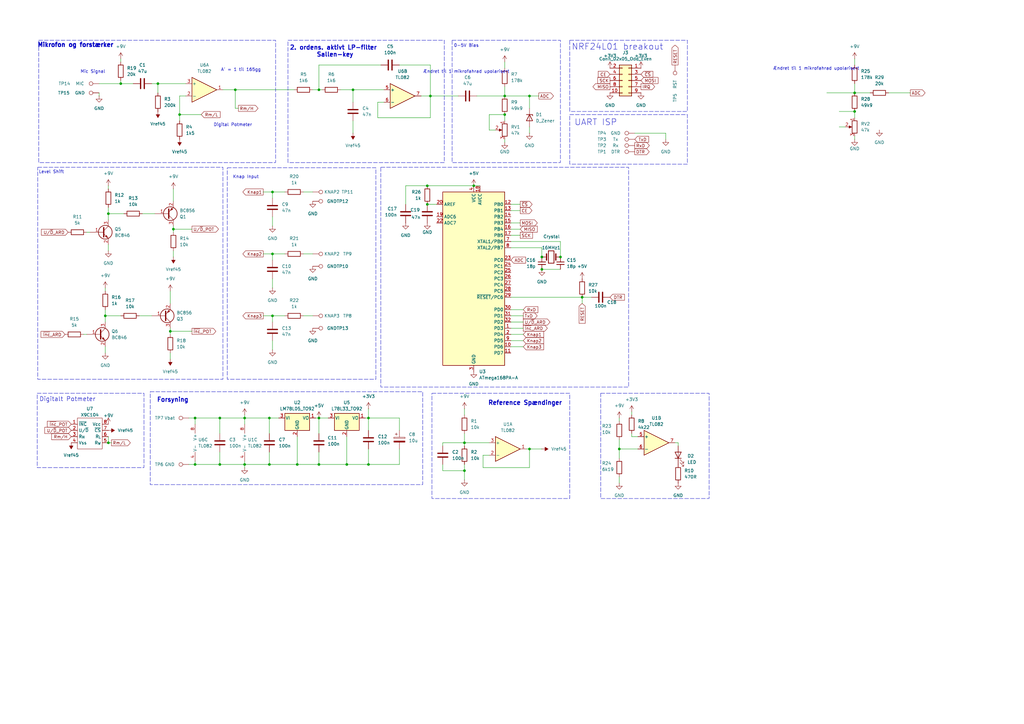
<source format=kicad_sch>
(kicad_sch (version 20231120) (generator "eeschema") (generator_version "8.0")
  (paper "A3")
  (junction (at 142.24 190.5))
  (junction (at 69.85 135.89))
  (junction (at 130.81 190.5))
  (junction (at 229.87 105.41))
  (junction (at 350.52 38.1))
  (junction (at 90.17 190.5))
  (junction (at 44.45 181.61))
  (junction (at 151.13 171.45))
  (junction (at 64.77 34.29))
  (junction (at 90.17 171.45))
  (junction (at 130.81 36.83))
  (junction (at 49.53 34.29))
  (junction (at 207.01 39.37))
  (junction (at 238.76 121.92))
  (junction (at 151.13 190.5))
  (junction (at 190.5 193.04))
  (junction (at 176.53 39.37))
  (junction (at 254 184.15))
  (junction (at 144.78 36.83))
  (junction (at 44.45 87.63))
  (junction (at 80.01 190.5))
  (junction (at 175.26 76.2))
  (junction (at 110.49 171.45))
  (junction (at 100.33 190.5))
  (junction (at 194.31 76.2))
  (junction (at 121.92 190.5))
  (junction (at 190.5 181.61))
  (junction (at 80.01 171.45))
  (junction (at 111.76 104.14))
  (junction (at 217.17 184.15))
  (junction (at 71.12 93.98))
  (junction (at 43.18 129.54))
  (junction (at 222.25 110.49))
  (junction (at 217.17 39.37))
  (junction (at 110.49 190.5))
  (junction (at 130.81 171.45))
  (junction (at 111.76 78.74))
  (junction (at 207.01 46.99))
  (junction (at 350.52 45.72))
  (junction (at 100.33 171.45))
  (junction (at 175.26 83.82))
  (junction (at 111.76 129.54))
  (junction (at 96.52 36.83))
  (junction (at 73.66 46.99))
  (junction (at 222.25 105.41))
  (wire (pts (xy 209.55 96.52) (xy 213.36 96.52)))
  (wire (pts (xy 130.81 26.67) (xy 130.81 36.83)))
  (wire (pts (xy 69.85 134.62) (xy 69.85 135.89)))
  (wire (pts (xy 207.01 39.37) (xy 217.17 39.37)))
  (wire (pts (xy 100.33 170.18) (xy 100.33 171.45)))
  (wire (pts (xy 259.08 179.07) (xy 261.62 179.07)))
  (wire (pts (xy 130.81 171.45) (xy 130.81 177.8)))
  (wire (pts (xy 40.64 38.1) (xy 40.64 39.37)))
  (wire (pts (xy 364.49 38.1) (xy 373.38 38.1)))
  (wire (pts (xy 44.45 100.33) (xy 44.45 102.87)))
  (wire (pts (xy 222.25 101.6) (xy 222.25 105.41)))
  (wire (pts (xy 175.26 83.82) (xy 179.07 83.82)))
  (wire (pts (xy 111.76 78.74) (xy 116.84 78.74)))
  (wire (pts (xy 166.37 83.82) (xy 166.37 76.2)))
  (wire (pts (xy 44.45 87.63) (xy 50.8 87.63)))
  (wire (pts (xy 71.12 92.71) (xy 71.12 93.98)))
  (wire (pts (xy 260.35 54.61) (xy 273.05 54.61)))
  (wire (pts (xy 151.13 167.64) (xy 151.13 171.45)))
  (wire (pts (xy 151.13 184.15) (xy 151.13 190.5)))
  (wire (pts (xy 238.76 121.92) (xy 209.55 121.92)))
  (wire (pts (xy 43.18 118.11) (xy 43.18 119.38)))
  (wire (pts (xy 175.26 76.2) (xy 194.31 76.2)))
  (wire (pts (xy 139.7 36.83) (xy 144.78 36.83)))
  (wire (pts (xy 142.24 190.5) (xy 151.13 190.5)))
  (wire (pts (xy 62.23 34.29) (xy 64.77 34.29)))
  (wire (pts (xy 49.53 33.02) (xy 49.53 34.29)))
  (wire (pts (xy 176.53 48.26) (xy 154.94 48.26)))
  (wire (pts (xy 190.5 177.8) (xy 190.5 181.61)))
  (wire (pts (xy 207.01 25.4) (xy 207.01 27.94)))
  (wire (pts (xy 111.76 78.74) (xy 111.76 81.28)))
  (wire (pts (xy 91.44 36.83) (xy 96.52 36.83)))
  (wire (pts (xy 181.61 190.5) (xy 181.61 193.04)))
  (wire (pts (xy 100.33 189.23) (xy 100.33 190.5)))
  (wire (pts (xy 107.95 129.54) (xy 111.76 129.54)))
  (wire (pts (xy 121.92 190.5) (xy 130.81 190.5)))
  (wire (pts (xy 43.18 129.54) (xy 43.18 132.08)))
  (wire (pts (xy 35.56 95.25) (xy 36.83 95.25)))
  (wire (pts (xy 344.17 45.72) (xy 350.52 45.72)))
  (wire (pts (xy 100.33 171.45) (xy 100.33 173.99)))
  (wire (pts (xy 209.55 137.16) (xy 214.63 137.16)))
  (wire (pts (xy 217.17 39.37) (xy 217.17 44.45)))
  (wire (pts (xy 111.76 104.14) (xy 111.76 106.68)))
  (wire (pts (xy 190.5 167.64) (xy 190.5 170.18)))
  (wire (pts (xy 73.66 46.99) (xy 73.66 49.53)))
  (wire (pts (xy 154.94 41.91) (xy 157.48 41.91)))
  (wire (pts (xy 73.66 46.99) (xy 82.55 46.99)))
  (wire (pts (xy 44.45 76.2) (xy 44.45 77.47)))
  (wire (pts (xy 350.52 24.13) (xy 350.52 26.67)))
  (wire (pts (xy 130.81 26.67) (xy 156.21 26.67)))
  (wire (pts (xy 176.53 39.37) (xy 176.53 48.26)))
  (wire (pts (xy 142.24 179.07) (xy 142.24 190.5)))
  (wire (pts (xy 90.17 185.42) (xy 90.17 190.5)))
  (wire (pts (xy 200.66 186.69) (xy 198.12 186.69)))
  (wire (pts (xy 196.85 76.2) (xy 194.31 76.2)))
  (wire (pts (xy 339.09 38.1) (xy 350.52 38.1)))
  (wire (pts (xy 124.46 104.14) (xy 128.27 104.14)))
  (wire (pts (xy 209.55 139.7) (xy 214.63 139.7)))
  (wire (pts (xy 144.78 36.83) (xy 144.78 41.91)))
  (wire (pts (xy 44.45 85.09) (xy 44.45 87.63)))
  (wire (pts (xy 71.12 77.47) (xy 71.12 82.55)))
  (wire (pts (xy 34.29 137.16) (xy 35.56 137.16)))
  (wire (pts (xy 176.53 39.37) (xy 176.53 26.67)))
  (wire (pts (xy 198.12 191.77) (xy 217.17 191.77)))
  (wire (pts (xy 254 195.58) (xy 254 198.12)))
  (wire (pts (xy 346.71 52.07) (xy 344.17 52.07)))
  (wire (pts (xy 43.18 127) (xy 43.18 129.54)))
  (wire (pts (xy 163.83 171.45) (xy 163.83 176.53)))
  (wire (pts (xy 110.49 171.45) (xy 110.49 177.8)))
  (wire (pts (xy 273.05 54.61) (xy 273.05 57.15)))
  (wire (pts (xy 124.46 78.74) (xy 128.27 78.74)))
  (wire (pts (xy 45.72 181.61) (xy 44.45 181.61)))
  (wire (pts (xy 195.58 39.37) (xy 207.01 39.37)))
  (wire (pts (xy 190.5 193.04) (xy 190.5 196.85)))
  (wire (pts (xy 76.2 39.37) (xy 73.66 39.37)))
  (wire (pts (xy 254 184.15) (xy 254 187.96)))
  (wire (pts (xy 198.12 186.69) (xy 198.12 191.77)))
  (wire (pts (xy 350.52 34.29) (xy 350.52 38.1)))
  (wire (pts (xy 217.17 184.15) (xy 222.25 184.15)))
  (wire (pts (xy 209.55 99.06) (xy 229.87 99.06)))
  (wire (pts (xy 100.33 190.5) (xy 110.49 190.5)))
  (wire (pts (xy 259.08 177.8) (xy 259.08 179.07)))
  (wire (pts (xy 96.52 36.83) (xy 96.52 44.45)))
  (wire (pts (xy 242.57 121.92) (xy 238.76 121.92)))
  (wire (pts (xy 124.46 129.54) (xy 128.27 129.54)))
  (wire (pts (xy 209.55 83.82) (xy 213.36 83.82)))
  (wire (pts (xy 40.64 34.29) (xy 49.53 34.29)))
  (wire (pts (xy 215.9 184.15) (xy 217.17 184.15)))
  (wire (pts (xy 43.18 142.24) (xy 43.18 144.78)))
  (wire (pts (xy 229.87 99.06) (xy 229.87 105.41)))
  (wire (pts (xy 107.95 78.74) (xy 111.76 78.74)))
  (wire (pts (xy 73.66 39.37) (xy 73.66 46.99)))
  (wire (pts (xy 209.55 134.62) (xy 214.63 134.62)))
  (wire (pts (xy 90.17 190.5) (xy 100.33 190.5)))
  (wire (pts (xy 44.45 179.07) (xy 44.45 181.61)))
  (wire (pts (xy 128.27 36.83) (xy 130.81 36.83)))
  (wire (pts (xy 190.5 181.61) (xy 200.66 181.61)))
  (wire (pts (xy 207.01 57.15) (xy 207.01 58.42)))
  (wire (pts (xy 207.01 35.56) (xy 207.01 39.37)))
  (wire (pts (xy 130.81 185.42) (xy 130.81 190.5)))
  (wire (pts (xy 121.92 179.07) (xy 121.92 190.5)))
  (wire (pts (xy 200.66 53.34) (xy 200.66 46.99)))
  (wire (pts (xy 129.54 171.45) (xy 130.81 171.45)))
  (wire (pts (xy 80.01 171.45) (xy 80.01 173.99)))
  (wire (pts (xy 43.18 129.54) (xy 49.53 129.54)))
  (wire (pts (xy 163.83 184.15) (xy 163.83 190.5)))
  (wire (pts (xy 254 180.34) (xy 254 184.15)))
  (wire (pts (xy 96.52 36.83) (xy 120.65 36.83)))
  (wire (pts (xy 49.53 24.13) (xy 49.53 25.4)))
  (wire (pts (xy 69.85 135.89) (xy 78.74 135.89)))
  (wire (pts (xy 217.17 52.07) (xy 217.17 54.61)))
  (wire (pts (xy 71.12 93.98) (xy 78.74 93.98)))
  (wire (pts (xy 254 171.45) (xy 254 172.72)))
  (wire (pts (xy 209.55 86.36) (xy 213.36 86.36)))
  (wire (pts (xy 149.86 171.45) (xy 151.13 171.45)))
  (wire (pts (xy 254 184.15) (xy 261.62 184.15)))
  (wire (pts (xy 350.52 45.72) (xy 350.52 48.26)))
  (wire (pts (xy 276.86 181.61) (xy 278.13 181.61)))
  (wire (pts (xy 154.94 48.26) (xy 154.94 41.91)))
  (wire (pts (xy 217.17 39.37) (xy 220.98 39.37)))
  (wire (pts (xy 110.49 171.45) (xy 114.3 171.45)))
  (wire (pts (xy 111.76 129.54) (xy 111.76 132.08)))
  (wire (pts (xy 209.55 93.98) (xy 213.36 93.98)))
  (wire (pts (xy 71.12 102.87) (xy 71.12 105.41)))
  (wire (pts (xy 100.33 171.45) (xy 110.49 171.45)))
  (wire (pts (xy 90.17 171.45) (xy 100.33 171.45)))
  (wire (pts (xy 176.53 39.37) (xy 187.96 39.37)))
  (wire (pts (xy 111.76 88.9) (xy 111.76 92.71)))
  (wire (pts (xy 190.5 181.61) (xy 190.5 182.88)))
  (wire (pts (xy 111.76 104.14) (xy 116.84 104.14)))
  (wire (pts (xy 107.95 104.14) (xy 111.76 104.14)))
  (wire (pts (xy 166.37 76.2) (xy 175.26 76.2)))
  (wire (pts (xy 57.15 129.54) (xy 62.23 129.54)))
  (wire (pts (xy 64.77 34.29) (xy 64.77 38.1)))
  (wire (pts (xy 209.55 129.54) (xy 214.63 129.54)))
  (wire (pts (xy 209.55 101.6) (xy 222.25 101.6)))
  (wire (pts (xy 151.13 190.5) (xy 163.83 190.5)))
  (wire (pts (xy 151.13 171.45) (xy 151.13 176.53)))
  (wire (pts (xy 151.13 171.45) (xy 163.83 171.45)))
  (wire (pts (xy 69.85 135.89) (xy 69.85 137.16)))
  (wire (pts (xy 110.49 185.42) (xy 110.49 190.5)))
  (wire (pts (xy 181.61 182.88) (xy 181.61 181.61)))
  (wire (pts (xy 58.42 87.63) (xy 63.5 87.63)))
  (wire (pts (xy 144.78 49.53) (xy 144.78 54.61)))
  (wire (pts (xy 111.76 114.3) (xy 111.76 118.11)))
  (wire (pts (xy 49.53 34.29) (xy 54.61 34.29)))
  (wire (pts (xy 209.55 142.24) (xy 214.63 142.24)))
  (wire (pts (xy 222.25 110.49) (xy 229.87 110.49)))
  (wire (pts (xy 144.78 36.83) (xy 157.48 36.83)))
  (wire (pts (xy 350.52 38.1) (xy 356.87 38.1)))
  (wire (pts (xy 110.49 190.5) (xy 121.92 190.5)))
  (wire (pts (xy 163.83 26.67) (xy 176.53 26.67)))
  (wire (pts (xy 111.76 139.7) (xy 111.76 143.51)))
  (wire (pts (xy 77.47 190.5) (xy 80.01 190.5)))
  (wire (pts (xy 209.55 132.08) (xy 214.63 132.08)))
  (wire (pts (xy 80.01 189.23) (xy 80.01 190.5)))
  (wire (pts (xy 130.81 190.5) (xy 142.24 190.5)))
  (wire (pts (xy 130.81 36.83) (xy 132.08 36.83)))
  (wire (pts (xy 259.08 168.91) (xy 259.08 170.18)))
  (wire (pts (xy 80.01 190.5) (xy 90.17 190.5)))
  (wire (pts (xy 97.79 44.45) (xy 96.52 44.45)))
  (wire (pts (xy 111.76 129.54) (xy 116.84 129.54)))
  (wire (pts (xy 64.77 34.29) (xy 76.2 34.29)))
  (wire (pts (xy 71.12 93.98) (xy 71.12 95.25)))
  (wire (pts (xy 80.01 171.45) (xy 90.17 171.45)))
  (wire (pts (xy 203.2 53.34) (xy 200.66 53.34)))
  (wire (pts (xy 350.52 55.88) (xy 350.52 57.15)))
  (wire (pts (xy 90.17 171.45) (xy 90.17 177.8)))
  (wire (pts (xy 44.45 87.63) (xy 44.45 90.17)))
  (wire (pts (xy 209.55 91.44) (xy 213.36 91.44)))
  (wire (pts (xy 130.81 171.45) (xy 134.62 171.45)))
  (wire (pts (xy 209.55 127) (xy 214.63 127)))
  (wire (pts (xy 238.76 124.46) (xy 238.76 121.92)))
  (wire (pts (xy 278.13 181.61) (xy 278.13 182.88)))
  (wire (pts (xy 69.85 119.38) (xy 69.85 124.46)))
  (wire (pts (xy 207.01 46.99) (xy 207.01 49.53)))
  (wire (pts (xy 181.61 193.04) (xy 190.5 193.04)))
  (wire (pts (xy 181.61 181.61) (xy 190.5 181.61)))
  (wire (pts (xy 190.5 190.5) (xy 190.5 193.04)))
  (wire (pts (xy 172.72 39.37) (xy 176.53 39.37)))
  (wire (pts (xy 69.85 144.78) (xy 69.85 147.32)))
  (wire (pts (xy 217.17 191.77) (xy 217.17 184.15)))
  (wire (pts (xy 100.33 190.5) (xy 100.33 191.77)))
  (wire (pts (xy 77.47 171.45) (xy 80.01 171.45)))
  (wire (pts (xy 200.66 46.99) (xy 207.01 46.99)))
  (rectangle (start 233.68 46.99) (end 281.94 67.31) (stroke (width 0) (type dash)))
  (rectangle (start 233.68 16.51) (end 281.94 45.72) (stroke (width 0) (type dash)))
  (rectangle (start 185.42 16.51) (end 229.87 66.675) (stroke (width 0) (type dash)))
  (rectangle (start 118.11 16.51) (end 182.245 66.675) (stroke (width 0) (type dash)))
  (rectangle (start 61.595 160.655) (end 173.355 198.755) (stroke (width 0) (type dash)))
  (rectangle (start 93.218 68.834) (end 154.178 155.575) (stroke (width 0) (type dash)))
  (rectangle (start 15.24 161.29) (end 59.055 191.77) (stroke (width 0) (type dash)))
  (rectangle (start 177.165 161.29) (end 233.68 204.47) (stroke (width 0) (type dash)))
  (rectangle (start 15.494 68.58) (end 91.44 155.575) (stroke (width 0) (type dash)))
  (rectangle (start 156.21 68.58) (end 257.81 158.75) (stroke (width 0) (type dash)))
  (rectangle (start 246.38 161.29) (end 290.83 204.47) (stroke (width 0) (type dash)))
  (rectangle (start 15.875 16.51) (end 113.03 66.675) (stroke (width 0) (type dash)))
  (text "Digitalt Potmeter" (at 27.686 163.83 0) (effects (font (size 1.778 1.778))))
  (text "Digital Potmeter\n" (at 95.504 51.308 0) (effects (font (size 1.27 1.27))))
  (text "2. ordens. aktivt LP-filter \nSallen-key" (at 137.414 21.082 0) (effects (font (size 1.778 1.778) (thickness 0.3556) (bold yes))))
  (text "A' = 1 til 165gg\n" (at 98.806 28.702 0) (effects (font (size 1.27 1.27))))
  (text "0-5V Bias\n" (at 191.262 18.796 0) (effects (font (size 1.27 1.27))))
  (text "Ændret til 1 mikrofahrad upolarisert\n" (at 334.772 28.194 0) (effects (font (size 1.27 1.27))))
  (text "NRF24L01 breakout" (at 253.238 19.304 0) (effects (font (size 2.54 2.54))))
  (text "Mic Signal\n" (at 38.1 29.464 0) (effects (font (size 1.27 1.27))))
  (text "Knap Input\n" (at 100.838 72.644 0) (effects (font (size 1.27 1.27))))
  (text "Forsyning" (at 70.866 164.084 0) (effects (font (size 1.778 1.778) (bold yes))))
  (text "UART ISP" (at 244.348 50.292 0) (effects (font (size 2.54 2.54))))
  (text "Level Shift\n" (at 21.082 70.612 0) (effects (font (size 1.27 1.27))))
  (text "Reference Spændinger" (at 215.392 165.354 0) (effects (font (size 1.778 1.778) (bold yes))))
  (text "Mikrofon og forstærker" (at 30.988 18.542 0) (effects (font (size 1.778 1.778) (thickness 0.4064) (bold yes))))
  (text "Ændret til 1 mikrofahrad upolarisert\n" (at 191.262 29.464 0) (effects (font (size 1.27 1.27))))
  (global_label "U{slash}~{D}_ARD" (shape output) (at 214.63 132.08 0) (property "Intersheetrefs" "${INTERSHEET_REFS}" (effects (hide yes))))
  (global_label "Rm{slash}L" (shape output) (at 45.72 181.61 0) (property "Intersheetrefs" "${INTERSHEET_REFS}" (effects (hide yes))))
  (global_label "IRQ" (shape output) (at 262.89 35.56 0) (property "Intersheetrefs" "${INTERSHEET_REFS}" (effects (hide yes))))
  (global_label "ADC" (shape output) (at 373.38 38.1 0) (property "Intersheetrefs" "${INTERSHEET_REFS}" (effects (hide yes))))
  (global_label "RESET" (shape output) (at 276.86 26.67 90) (property "Intersheetrefs" "${INTERSHEET_REFS}" (effects (hide yes))))
  (global_label "Knap3" (shape output) (at 107.95 129.54 180) (property "Intersheetrefs" "${INTERSHEET_REFS}" (effects (hide yes))))
  (global_label "MISO" (shape input) (at 213.36 93.98 0) (property "Intersheetrefs" "${INTERSHEET_REFS}" (effects (hide yes))))
  (global_label "Rm{slash}H" (shape output) (at 97.79 44.45 0) (property "Intersheetrefs" "${INTERSHEET_REFS}" (effects (hide yes))))
  (global_label "TxD" (shape input) (at 260.35 57.15 0) (property "Intersheetrefs" "${INTERSHEET_REFS}" (effects (hide yes))))
  (global_label "TxD" (shape output) (at 214.63 129.54 0) (property "Intersheetrefs" "${INTERSHEET_REFS}" (effects (hide yes))))
  (global_label "SCK" (shape passive) (at 213.36 96.52 0) (property "Intersheetrefs" "${INTERSHEET_REFS}" (effects (hide yes))))
  (global_label "ADC" (shape input) (at 209.55 106.68 0) (property "Intersheetrefs" "${INTERSHEET_REFS}" (effects (hide yes))))
  (global_label "~{Inc}_POT" (shape input) (at 29.21 173.99 180) (property "Intersheetrefs" "${INTERSHEET_REFS}" (effects (hide yes))))
  (global_label "RxD" (shape output) (at 260.35 59.69 0) (property "Intersheetrefs" "${INTERSHEET_REFS}" (effects (hide yes))))
  (global_label "~{Inc}_ARD" (shape input) (at 26.67 137.16 180) (property "Intersheetrefs" "${INTERSHEET_REFS}" (effects (hide yes))))
  (global_label "Knap1" (shape output) (at 107.95 78.74 180) (property "Intersheetrefs" "${INTERSHEET_REFS}" (effects (hide yes))))
  (global_label "Rm{slash}H" (shape input) (at 29.21 179.07 180) (property "Intersheetrefs" "${INTERSHEET_REFS}" (effects (hide yes))))
  (global_label "U{slash}~{D}_ARD" (shape input) (at 27.94 95.25 180) (property "Intersheetrefs" "${INTERSHEET_REFS}" (effects (hide yes))))
  (global_label "RxD" (shape input) (at 214.63 127 0) (property "Intersheetrefs" "${INTERSHEET_REFS}" (effects (hide yes))))
  (global_label "MOSI" (shape output) (at 213.36 91.44 0) (property "Intersheetrefs" "${INTERSHEET_REFS}" (effects (hide yes))))
  (global_label "~{CS}" (shape input) (at 262.89 30.48 0) (property "Intersheetrefs" "${INTERSHEET_REFS}" (effects (hide yes))))
  (global_label "CE" (shape input) (at 250.19 30.48 180) (property "Intersheetrefs" "${INTERSHEET_REFS}" (effects (hide yes))))
  (global_label "MISO" (shape output) (at 250.19 35.56 180) (property "Intersheetrefs" "${INTERSHEET_REFS}" (effects (hide yes))))
  (global_label "Knap1" (shape input) (at 214.63 137.16 0) (property "Intersheetrefs" "${INTERSHEET_REFS}" (effects (hide yes))))
  (global_label "DTR" (shape output) (at 260.35 62.23 0) (property "Intersheetrefs" "${INTERSHEET_REFS}" (effects (hide yes))))
  (global_label "DTR" (shape input) (at 250.19 121.92 0) (property "Intersheetrefs" "${INTERSHEET_REFS}" (effects (hide yes))))
  (global_label "Knap3" (shape input) (at 214.63 142.24 0) (property "Intersheetrefs" "${INTERSHEET_REFS}" (effects (hide yes))))
  (global_label "~{Inc}_ARD" (shape output) (at 214.63 134.62 0) (property "Intersheetrefs" "${INTERSHEET_REFS}" (effects (hide yes))))
  (global_label "ADC" (shape output) (at 220.98 39.37 0) (property "Intersheetrefs" "${INTERSHEET_REFS}" (effects (hide yes))))
  (global_label "Rm{slash}L" (shape input) (at 82.55 46.99 0) (property "Intersheetrefs" "${INTERSHEET_REFS}" (effects (hide yes))))
  (global_label "U{slash}~{D}_POT" (shape input) (at 29.21 176.53 180) (property "Intersheetrefs" "${INTERSHEET_REFS}" (effects (hide yes))))
  (global_label "U{slash}~{D}_POT" (shape output) (at 78.74 93.98 0) (property "Intersheetrefs" "${INTERSHEET_REFS}" (effects (hide yes))))
  (global_label "~{Inc}_POT" (shape output) (at 78.74 135.89 0) (property "Intersheetrefs" "${INTERSHEET_REFS}" (effects (hide yes))))
  (global_label "~{CS}" (shape output) (at 213.36 83.82 0) (property "Intersheetrefs" "${INTERSHEET_REFS}" (effects (hide yes))))
  (global_label "CE" (shape output) (at 213.36 86.36 0) (property "Intersheetrefs" "${INTERSHEET_REFS}" (effects (hide yes))))
  (global_label "RESET" (shape input) (at 238.76 124.46 270) (property "Intersheetrefs" "${INTERSHEET_REFS}" (effects (hide yes))))
  (global_label "Knap2" (shape output) (at 107.95 104.14 180) (property "Intersheetrefs" "${INTERSHEET_REFS}" (effects (hide yes))))
  (global_label "SCK" (shape passive) (at 250.19 33.02 180) (property "Intersheetrefs" "${INTERSHEET_REFS}" (effects (hide yes))))
  (global_label "MOSI" (shape input) (at 262.89 33.02 0) (property "Intersheetrefs" "${INTERSHEET_REFS}" (effects (hide yes))))
  (global_label "Knap2" (shape input) (at 214.63 139.7 0) (property "Intersheetrefs" "${INTERSHEET_REFS}" (effects (hide yes))))
  (symbol (lib_id "Device:R") (at 73.66 53.34 0) (unit 1)
    (property "Reference" "R4" (at 76.2 52.0699 0) (effects (justify left)))
    (property "Value" "1k5" (at 76.2 54.6099 0) (effects (justify left)))
    (property "Footprint" "Resistor_SMD:R_0603_1608Metric_Pad0.98x0.95mm_HandSolder" (effects (hide yes)))
    (property "Description" "Resistor" (effects (hide yes)))
  )
  (symbol (lib_id "Device:C") (at 111.76 110.49 0) (unit 1)
    (property "Reference" "C10" (at 115.57 109.2199 0) (effects (justify left)))
    (property "Value" "47n" (at 115.57 111.7599 0) (effects (justify left)))
    (property "Footprint" "Capacitor_SMD:C_0603_1608Metric_Pad1.08x0.95mm_HandSolder" (effects (hide yes)))
    (property "Description" "Unpolarized capacitor" (effects (hide yes)))
  )
  (symbol (lib_id "Device:R") (at 31.75 95.25 90) (unit 1)
    (property "Reference" "R11" (at 31.75 88.9 90))
    (property "Value" "5k" (at 31.75 91.44 90))
    (property "Footprint" "Resistor_SMD:R_0603_1608Metric_Pad0.98x0.95mm_HandSolder" (effects (hide yes)))
    (property "Description" "Resistor" (effects (hide yes)))
  )
  (symbol (lib_id "power:GND") (at 44.45 102.87 0) (unit 1)
    (property "Reference" "#PWR05" (effects (hide yes)))
    (property "Value" "GND" (at 44.45 107.95 0))
    (property "Description" "Power symbol creates a global label with name \"GND\" , ground" (effects (hide yes)))
  )
  (symbol (lib_id "power:GND") (at 194.31 152.4 0) (unit 1)
    (property "Reference" "#PWR050" (effects (hide yes)))
    (property "Value" "GND" (at 194.31 157.48 0))
    (property "Description" "Power symbol creates a global label with name \"GND\" , ground" (effects (hide yes)))
  )
  (symbol (lib_id "power:+3V3") (at 262.89 27.94 0) (unit 1)
    (property "Reference" "#PWR014" (effects (hide yes)))
    (property "Value" "+3V3" (at 262.89 22.86 0))
    (property "Description" "Power symbol creates a global label with name \"+3V3\"" (effects (hide yes)))
  )
  (symbol (lib_id "Device:R") (at 350.52 41.91 0) (unit 1)
    (property "Reference" "R28" (at 353.06 40.6399 0) (effects (justify left)))
    (property "Value" "49k9" (at 353.06 43.1799 0) (effects (justify left)))
    (property "Footprint" "Resistor_SMD:R_0603_1608Metric_Pad0.98x0.95mm_HandSolder" (effects (hide yes)))
    (property "Description" "Resistor" (effects (hide yes)))
  )
  (symbol (lib_id "power:+9V") (at 71.12 77.47 0) (unit 1)
    (property "Reference" "#PWR019" (effects (hide yes)))
    (property "Value" "+9V" (at 71.12 72.39 0))
    (property "Description" "Power symbol creates a global label with name \"+9V\"" (effects (hide yes)))
  )
  (symbol (lib_id "power:GND") (at 128.27 82.55 0) (unit 1)
    (property "Reference" "#PWR031" (effects (hide yes)))
    (property "Value" "GND" (at 128.27 87.63 0))
    (property "Description" "Power symbol creates a global label with name \"GND\" , ground" (effects (hide yes)))
  )
  (symbol (lib_id "Connector:TestPoint") (at 40.64 34.29 90) (mirror x) (unit 1)
    (property "Reference" "TP14" (at 26.416 34.29 90))
    (property "Value" "MIC" (at 32.766 34.29 90))
    (property "Footprint" "TestPoint:TestPoint_Pad_2.5x2.5mm" (effects (hide yes)))
    (property "Description" "test point" (effects (hide yes)))
  )
  (symbol (lib_id "power:+3V3") (at 259.08 168.91 0) (unit 1)
    (property "Reference" "#PWR042" (effects (hide yes)))
    (property "Value" "+3V3" (at 259.08 163.83 0))
    (property "Description" "Power symbol creates a global label with name \"+3V3\"" (effects (hide yes)))
  )
  (symbol (lib_id "Device:R") (at 43.18 123.19 180) (unit 1)
    (property "Reference" "R16" (at 45.72 121.9199 0) (effects (justify right)))
    (property "Value" "1k" (at 45.72 124.4599 0) (effects (justify right)))
    (property "Footprint" "Resistor_SMD:R_0603_1608Metric_Pad0.98x0.95mm_HandSolder" (effects (hide yes)))
    (property "Description" "Resistor" (effects (hide yes)))
  )
  (symbol (lib_id "Device:R") (at 190.5 186.69 0) (unit 1)
    (property "Reference" "R2" (at 193.04 185.4199 0) (effects (justify left)))
    (property "Value" "10k" (at 193.04 187.9599 0) (effects (justify left)))
    (property "Footprint" "Resistor_SMD:R_0603_1608Metric_Pad0.98x0.95mm_HandSolder" (effects (hide yes)))
    (property "Description" "Resistor" (effects (hide yes)))
  )
  (symbol (lib_id "Device:R") (at 350.52 30.48 0) (unit 1)
    (property "Reference" "R25" (at 353.06 29.2099 0) (effects (justify left)))
    (property "Value" "178k" (at 353.06 31.7499 0) (effects (justify left)))
    (property "Footprint" "Resistor_SMD:R_0603_1608Metric_Pad0.98x0.95mm_HandSolder" (effects (hide yes)))
    (property "Description" "Resistor" (effects (hide yes)))
  )
  (symbol (lib_id "Connector:TestPoint") (at 128.27 78.74 270) (unit 1)
    (property "Reference" "TP11" (at 142.494 78.74 90))
    (property "Value" "KNAP2" (at 136.144 78.74 90))
    (property "Footprint" "TestPoint:TestPoint_Pad_2.5x2.5mm" (effects (hide yes)))
    (property "Description" "test point" (effects (hide yes)))
  )
  (symbol (lib_id "Device:C") (at 160.02 26.67 90) (unit 1)
    (property "Reference" "C5" (at 160.02 19.05 90))
    (property "Value" "100n" (at 160.02 21.59 90))
    (property "Footprint" "Capacitor_SMD:C_0603_1608Metric_Pad1.08x0.95mm_HandSolder" (effects (hide yes)))
    (property "Description" "Unpolarized capacitor" (effects (hide yes)))
  )
  (symbol (lib_id "Device:C") (at 166.37 87.63 0) (mirror y) (unit 1)
    (property "Reference" "C17" (at 162.814 85.598 0) (effects (justify left)))
    (property "Value" "100n" (at 162.814 88.138 0) (effects (justify left)))
    (property "Footprint" "Capacitor_SMD:C_0603_1608Metric_Pad1.08x0.95mm_HandSolder" (effects (hide yes)))
    (property "Description" "Unpolarized capacitor" (effects (hide yes)))
  )
  (symbol (lib_id "Device:R") (at 120.65 129.54 90) (unit 1)
    (property "Reference" "R22" (at 120.65 123.19 90))
    (property "Value" "1k" (at 120.65 125.73 90))
    (property "Footprint" "Resistor_SMD:R_0603_1608Metric_Pad0.98x0.95mm_HandSolder" (effects (hide yes)))
    (property "Description" "Resistor" (effects (hide yes)))
  )
  (symbol (lib_id "power:VEE") (at 44.45 176.53 270) (unit 1)
    (property "Reference" "#PWR047" (effects (hide yes)))
    (property "Value" "Vref45" (at 48.26 176.5299 90) (effects (justify left)))
    (property "Description" "Power symbol creates a global label with name \"VEE\"" (effects (hide yes)))
  )
  (symbol (lib_id "power:GND") (at 111.76 143.51 0) (unit 1)
    (property "Reference" "#PWR037" (effects (hide yes)))
    (property "Value" "GND" (at 111.76 148.59 0))
    (property "Description" "Power symbol creates a global label with name \"GND\" , ground" (effects (hide yes)))
  )
  (symbol (lib_id "power:+9V") (at 350.52 24.13 0) (unit 1)
    (property "Reference" "#PWR021" (effects (hide yes)))
    (property "Value" "+9V" (at 350.52 19.05 0))
    (property "Description" "Power symbol creates a global label with name \"+9V\"" (effects (hide yes)))
  )
  (symbol (lib_id "power:GND") (at 350.52 57.15 0) (unit 1)
    (property "Reference" "#PWR033" (effects (hide yes)))
    (property "Value" "GND" (at 350.52 60.96 0))
    (property "Description" "Power symbol creates a global label with name \"GND\" , ground" (effects (hide yes)))
  )
  (symbol (lib_id "Connector:TestPoint") (at 276.86 26.67 180) (unit 1)
    (property "Reference" "TP5" (at 276.86 40.132 90))
    (property "Value" "RST" (at 276.86 34.544 90))
    (property "Footprint" "TestPoint:TestPoint_Pad_2.5x2.5mm" (effects (hide yes)))
    (property "Description" "test point" (effects (hide yes)))
  )
  (symbol (lib_id "Connector:TestPoint") (at 40.64 38.1 90) (mirror x) (unit 1)
    (property "Reference" "TP15" (at 26.162 38.1 90))
    (property "Value" "GND" (at 32.766 38.1 90))
    (property "Footprint" "TestPoint:TestPoint_Pad_2.5x2.5mm" (effects (hide yes)))
    (property "Description" "test point" (effects (hide yes)))
  )
  (symbol (lib_id "Device:R") (at 49.53 29.21 0) (unit 1)
    (property "Reference" "R19" (at 52.07 27.9399 0) (effects (justify left)))
    (property "Value" "20k" (at 52.07 30.4799 0) (effects (justify left)))
    (property "Footprint" "Resistor_SMD:R_0603_1608Metric_Pad0.98x0.95mm_HandSolder" (effects (hide yes)))
    (property "Description" "Resistor" (effects (hide yes)))
  )
  (symbol (lib_id "power:GND") (at 43.18 144.78 0) (unit 1)
    (property "Reference" "#PWR025" (effects (hide yes)))
    (property "Value" "GND" (at 43.18 149.86 0))
    (property "Description" "Power symbol creates a global label with name \"GND\" , ground" (effects (hide yes)))
  )
  (symbol (lib_id "power:+9V") (at 207.01 25.4 0) (unit 1)
    (property "Reference" "#PWR020" (effects (hide yes)))
    (property "Value" "+9V" (at 207.01 20.32 0))
    (property "Description" "Power symbol creates a global label with name \"+9V\"" (effects (hide yes)))
  )
  (symbol (lib_id "Device:R") (at 175.26 80.01 0) (mirror x) (unit 1)
    (property "Reference" "R26" (at 172.72 78.7399 0) (effects (justify right)))
    (property "Value" "1k" (at 172.72 81.2799 0) (effects (justify right)))
    (property "Footprint" "Resistor_SMD:R_0603_1608Metric_Pad0.98x0.95mm_HandSolder" (effects (hide yes)))
    (property "Description" "Resistor" (effects (hide yes)))
  )
  (symbol (lib_id "Device:R") (at 120.65 104.14 90) (unit 1)
    (property "Reference" "R21" (at 120.65 97.79 90))
    (property "Value" "1k" (at 120.65 100.33 90))
    (property "Footprint" "Resistor_SMD:R_0603_1608Metric_Pad0.98x0.95mm_HandSolder" (effects (hide yes)))
    (property "Description" "Resistor" (effects (hide yes)))
  )
  (symbol (lib_id "power:+9V") (at 43.18 118.11 0) (unit 1)
    (property "Reference" "#PWR024" (effects (hide yes)))
    (property "Value" "+9V" (at 43.18 113.03 0))
    (property "Description" "Power symbol creates a global label with name \"+9V\"" (effects (hide yes)))
  )
  (symbol (lib_id "MCU_Microchip_ATmega:ATmega168PA-A") (at 194.31 114.3 0) (unit 1)
    (property "Reference" "U3" (at 196.5041 152.4 0) (effects (justify left)))
    (property "Value" "ATmega168PA-A" (at 196.5041 154.94 0) (effects (justify left)))
    (property "Footprint" "Package_QFP:TQFP-32_7x7mm_P0.8mm" (effects (hide yes)))
    (property "Datasheet" "http://ww1.microchip.com/downloads/en/DeviceDoc/ATmega48PA_88PA_168PA-Data-Sheet-40002011A.pdf" (effects (hide yes)))
    (property "Description" "20MHz, 16kB Flash, 1kB SRAM, 512B EEPROM, TQFP-32" (effects (hide yes)))
  )
  (symbol (lib_id "power:GND") (at 111.76 92.71 0) (unit 1)
    (property "Reference" "#PWR032" (effects (hide yes)))
    (property "Value" "GND" (at 111.76 97.79 0))
    (property "Description" "Power symbol creates a global label with name \"GND\" , ground" (effects (hide yes)))
  )
  (symbol (lib_id "power:VEE") (at 64.77 45.72 180) (unit 1)
    (property "Reference" "#PWR017" (effects (hide yes)))
    (property "Value" "Vref45" (at 64.77 50.8 0))
    (property "Description" "Power symbol creates a global label with name \"VEE\"" (effects (hide yes)))
  )
  (symbol (lib_id "Connector:TestPoint") (at 260.35 54.61 90) (unit 1)
    (property "Reference" "TP4" (at 246.888 54.61 90))
    (property "Value" "GND" (at 252.476 54.61 90))
    (property "Footprint" "TestPoint:TestPoint_Pad_2.5x2.5mm" (effects (hide yes)))
    (property "Description" "test point" (effects (hide yes)))
  )
  (symbol (lib_id "power:VEE") (at 144.78 54.61 180) (unit 1)
    (property "Reference" "#PWR022" (effects (hide yes)))
    (property "Value" "Vref45" (at 144.78 59.69 0))
    (property "Description" "Power symbol creates a global label with name \"VEE\"" (effects (hide yes)))
  )
  (symbol (lib_id "Device:R_Potentiometer") (at 207.01 53.34 0) (mirror y) (unit 1)
    (property "Reference" "RV1" (at 209.55 52.0699 0) (effects (justify right)))
    (property "Value" "47k" (at 209.55 54.6099 0) (effects (justify right)))
    (property "Footprint" "Potentiometer_THT:Potentiometer_ACP_CA9-V10_Vertical_Hole" (effects (hide yes)))
    (property "Description" "Potentiometer" (effects (hide yes)))
  )
  (symbol (lib_id "power:+5V") (at 130.81 171.45 0) (unit 1)
    (property "Reference" "#PWR04" (effects (hide yes)))
    (property "Value" "+5V" (at 130.81 166.37 0))
    (property "Description" "Power symbol creates a global label with name \"+5V\"" (effects (hide yes)))
  )
  (symbol (lib_id "power:+9V") (at 190.5 167.64 0) (unit 1)
    (property "Reference" "#PWR06" (effects (hide yes)))
    (property "Value" "+9V" (at 190.5 162.56 0))
    (property "Description" "Power symbol creates a global label with name \"+9V\"" (effects (hide yes)))
  )
  (symbol (lib_id "Connector:TestPoint") (at 128.27 82.55 270) (unit 1)
    (property "Reference" "TP12" (at 140.462 82.55 90))
    (property "Value" "GND" (at 136.144 82.55 90))
    (property "Footprint" "TestPoint:TestPoint_Pad_2.5x2.5mm" (effects (hide yes)))
    (property "Description" "test point" (effects (hide yes)))
  )
  (symbol (lib_id "power:GND") (at 217.17 54.61 0) (unit 1)
    (property "Reference" "#PWR015" (effects (hide yes)))
    (property "Value" "GND" (at 217.17 59.69 0))
    (property "Description" "Power symbol creates a global label with name \"GND\" , ground" (effects (hide yes)))
  )
  (symbol (lib_id "Amplifier_Operational:TL082") (at 269.24 181.61 0) (unit 2)
    (property "Reference" "U1" (at 269.24 171.45 0))
    (property "Value" "TL082" (at 269.24 173.99 0))
    (property "Footprint" "Package_SO:SOIC-8_3.9x4.9mm_P1.27mm" (effects (hide yes)))
    (property "Datasheet" "http://www.ti.com/lit/ds/symlink/tl081.pdf" (effects (hide yes)))
    (property "Description" "Dual JFET-Input Operational Amplifiers, DIP-8/SOIC-8/SSOP-8" (effects (hide yes)))
  )
  (symbol (lib_id "Device:R") (at 278.13 194.31 0) (unit 1)
    (property "Reference" "R10" (at 280.67 193.0399 0) (effects (justify left)))
    (property "Value" "470R" (at 280.67 195.5799 0) (effects (justify left)))
    (property "Footprint" "Resistor_SMD:R_0603_1608Metric_Pad0.98x0.95mm_HandSolder" (effects (hide yes)))
    (property "Description" "Resistor" (effects (hide yes)))
  )
  (symbol (lib_id "power:GND") (at 111.76 118.11 0) (unit 1)
    (property "Reference" "#PWR034" (effects (hide yes)))
    (property "Value" "GND" (at 111.76 123.19 0))
    (property "Description" "Power symbol creates a global label with name \"GND\" , ground" (effects (hide yes)))
  )
  (symbol (lib_id "power:VEE") (at 29.21 181.61 180) (unit 1)
    (property "Reference" "#PWR028" (effects (hide yes)))
    (property "Value" "Vref45" (at 29.21 186.69 0))
    (property "Description" "Power symbol creates a global label with name \"VEE\"" (effects (hide yes)))
  )
  (symbol (lib_id "Amplifier_Operational:TL082") (at 102.87 181.61 0) (unit 3)
    (property "Reference" "U1" (at 101.6 180.3399 0) (effects (justify left)))
    (property "Value" "TL082" (at 101.6 182.8799 0) (effects (justify left)))
    (property "Footprint" "Package_SO:SOIC-8_3.9x4.9mm_P1.27mm" (effects (hide yes)))
    (property "Datasheet" "http://www.ti.com/lit/ds/symlink/tl081.pdf" (effects (hide yes)))
    (property "Description" "Dual JFET-Input Operational Amplifiers, DIP-8/SOIC-8/SSOP-8" (effects (hide yes)))
  )
  (symbol (lib_id "power:+9V") (at 49.53 24.13 0) (unit 1)
    (property "Reference" "#PWR030" (effects (hide yes)))
    (property "Value" "+9V" (at 49.53 19.05 0))
    (property "Description" "Power symbol creates a global label with name \"+9V\"" (effects (hide yes)))
  )
  (symbol (lib_id "Transistor_BJT:BC856") (at 68.58 87.63 0) (mirror x) (unit 1)
    (property "Reference" "Q1" (at 73.66 88.9001 0) (effects (justify left)))
    (property "Value" "BC856" (at 73.66 86.3601 0) (effects (justify left)))
    (property "Footprint" "Package_TO_SOT_SMD:SOT-23" (effects (hide yes)))
    (property "Datasheet" "https://www.onsemi.com/pub/Collateral/BC860-D.pdf" (effects (hide yes)))
    (property "Description" "0.1A Ic, 65V Vce, PNP Transistor, SOT-23" (effects (hide yes)))
  )
  (symbol (lib_id "Device:R") (at 120.65 78.74 90) (unit 1)
    (property "Reference" "R20" (at 120.65 72.39 90))
    (property "Value" "1k" (at 120.65 74.93 90))
    (property "Footprint" "Resistor_SMD:R_0603_1608Metric_Pad0.98x0.95mm_HandSolder" (effects (hide yes)))
    (property "Description" "Resistor" (effects (hide yes)))
  )
  (symbol (lib_id "power:VEE") (at 69.85 147.32 180) (unit 1)
    (property "Reference" "#PWR027" (effects (hide yes)))
    (property "Value" "Vref45" (at 69.85 152.4 0))
    (property "Description" "Power symbol creates a global label with name \"VEE\"" (effects (hide yes)))
  )
  (symbol (lib_id "Device:R") (at 207.01 43.18 0) (unit 1)
    (property "Reference" "R9" (at 209.55 41.9099 0) (effects (justify left)))
    (property "Value" "49k9" (at 209.55 44.4499 0) (effects (justify left)))
    (property "Footprint" "Resistor_SMD:R_0603_1608Metric_Pad0.98x0.95mm_HandSolder" (effects (hide yes)))
    (property "Description" "Resistor" (effects (hide yes)))
  )
  (symbol (lib_id "Device:R") (at 69.85 140.97 0) (unit 1)
    (property "Reference" "R18" (at 72.39 139.6999 0) (effects (justify left)))
    (property "Value" "10k" (at 72.39 142.2399 0) (effects (justify left)))
    (property "Footprint" "Resistor_SMD:R_0603_1608Metric_Pad0.98x0.95mm_HandSolder" (effects (hide yes)))
    (property "Description" "Resistor" (effects (hide yes)))
  )
  (symbol (lib_id "Device:R") (at 71.12 99.06 0) (unit 1)
    (property "Reference" "R14" (at 73.66 97.7899 0) (effects (justify left)))
    (property "Value" "10k" (at 73.66 100.3299 0) (effects (justify left)))
    (property "Footprint" "Resistor_SMD:R_0603_1608Metric_Pad0.98x0.95mm_HandSolder" (effects (hide yes)))
    (property "Description" "Resistor" (effects (hide yes)))
  )
  (symbol (lib_id "Device:R") (at 124.46 36.83 90) (unit 1)
    (property "Reference" "R5" (at 124.46 30.48 90))
    (property "Value" "1k6" (at 124.46 33.02 90))
    (property "Footprint" "Resistor_SMD:R_0603_1608Metric_Pad0.98x0.95mm_HandSolder" (effects (hide yes)))
    (property "Description" "Resistor" (effects (hide yes)))
  )
  (symbol (lib_id "Connector:TestPoint") (at 77.47 190.5 90) (unit 1)
    (property "Reference" "TP6" (at 65.278 190.5 90))
    (property "Value" "GND" (at 69.596 190.5 90))
    (property "Footprint" "TestPoint:TestPoint_Pad_2.5x2.5mm" (effects (hide yes)))
    (property "Description" "test point" (effects (hide yes)))
  )
  (symbol (lib_id "Connector:TestPoint") (at 128.27 104.14 270) (unit 1)
    (property "Reference" "TP9" (at 142.494 104.14 90))
    (property "Value" "KNAP2" (at 136.144 104.14 90))
    (property "Footprint" "TestPoint:TestPoint_Pad_2.5x2.5mm" (effects (hide yes)))
    (property "Description" "test point" (effects (hide yes)))
  )
  (symbol (lib_id "Amplifier_Operational:TL082") (at 165.1 39.37 0) (unit 2)
    (property "Reference" "U6" (at 165.1 29.21 0))
    (property "Value" "TL082" (at 165.1 31.75 0))
    (property "Footprint" "Package_SO:SOIC-8_3.9x4.9mm_P1.27mm" (effects (hide yes)))
    (property "Datasheet" "http://www.ti.com/lit/ds/symlink/tl081.pdf" (effects (hide yes)))
    (property "Description" "Dual JFET-Input Operational Amplifiers, DIP-8/SOIC-8/SSOP-8" (effects (hide yes)))
  )
  (symbol (lib_id "power:VEE") (at 222.25 184.15 270) (unit 1)
    (property "Reference" "#PWR018" (effects (hide yes)))
    (property "Value" "Vref45" (at 226.06 184.1499 90) (effects (justify left)))
    (property "Description" "Power symbol creates a global label with name \"VEE\"" (effects (hide yes)))
  )
  (symbol (lib_id "Device:R") (at 238.76 118.11 0) (unit 1)
    (property "Reference" "R27" (at 241.3 116.8399 0) (effects (justify left)))
    (property "Value" "10k" (at 241.3 119.3799 0) (effects (justify left)))
    (property "Footprint" "Resistor_SMD:R_0603_1608Metric_Pad0.98x0.95mm_HandSolder" (effects (hide yes)))
    (property "Description" "Resistor" (effects (hide yes)))
  )
  (symbol (lib_id "Transistor_BJT:BC856") (at 67.31 129.54 0) (mirror x) (unit 1)
    (property "Reference" "Q3" (at 72.39 130.8101 0) (effects (justify left)))
    (property "Value" "BC856" (at 72.39 128.2701 0) (effects (justify left)))
    (property "Footprint" "Package_TO_SOT_SMD:SOT-23" (effects (hide yes)))
    (property "Datasheet" "https://www.onsemi.com/pub/Collateral/BC860-D.pdf" (effects (hide yes)))
    (property "Description" "0.1A Ic, 65V Vce, PNP Transistor, SOT-23" (effects (hide yes)))
  )
  (symbol (lib_id "power:GND") (at 273.05 57.15 0) (unit 1)
    (property "Reference" "#PWR052" (effects (hide yes)))
    (property "Value" "GND" (at 273.05 62.23 0))
    (property "Description" "Power symbol creates a global label with name \"GND\" , ground" (effects (hide yes)))
  )
  (symbol (lib_id "power:VEE") (at 73.66 57.15 180) (unit 1)
    (property "Reference" "#PWR016" (effects (hide yes)))
    (property "Value" "Vref45" (at 73.66 62.23 0))
    (property "Description" "Power symbol creates a global label with name \"VEE\"" (effects (hide yes)))
  )
  (symbol (lib_id "power:GND") (at 128.27 134.62 0) (unit 1)
    (property "Reference" "#PWR039" (effects (hide yes)))
    (property "Value" "GND" (at 128.27 139.7 0))
    (property "Description" "Power symbol creates a global label with name \"GND\" , ground" (effects (hide yes)))
  )
  (symbol (lib_id "Device:C") (at 246.38 121.92 270) (unit 1)
    (property "Reference" "C18" (at 250.952 123.952 90))
    (property "Value" "100n" (at 246.38 125.476 90))
    (property "Footprint" "Capacitor_SMD:C_0603_1608Metric_Pad1.08x0.95mm_HandSolder" (effects (hide yes)))
    (property "Description" "Unpolarized capacitor" (effects (hide yes)))
  )
  (symbol (lib_id "power:GND") (at 100.33 191.77 0) (unit 1)
    (property "Reference" "#PWR011" (effects (hide yes)))
    (property "Value" "GND" (at 100.33 196.85 0))
    (property "Description" "Power symbol creates a global label with name \"GND\" , ground" (effects (hide yes)))
  )
  (symbol (lib_id "Device:C") (at 110.49 181.61 0) (unit 1)
    (property "Reference" "C7" (at 114.3 180.3399 0) (effects (justify left)))
    (property "Value" "100n" (at 114.3 182.8799 0) (effects (justify left)))
    (property "Footprint" "Capacitor_SMD:C_0603_1608Metric_Pad1.08x0.95mm_HandSolder" (effects (hide yes)))
    (property "Description" "Unpolarized capacitor" (effects (hide yes)))
  )
  (symbol (lib_id "Device:R") (at 64.77 41.91 0) (unit 1)
    (property "Reference" "R3" (at 67.31 40.6399 0) (effects (justify left)))
    (property "Value" "200k" (at 67.31 43.1799 0) (effects (justify left)))
    (property "Footprint" "Resistor_SMD:R_0603_1608Metric_Pad0.98x0.95mm_HandSolder" (effects (hide yes)))
    (property "Description" "Resistor" (effects (hide yes)))
  )
  (symbol (lib_id "Device:C") (at 130.81 181.61 0) (unit 1)
    (property "Reference" "C11" (at 134.366 179.578 0) (effects (justify left)))
    (property "Value" "100n" (at 134.366 182.118 0) (effects (justify left)))
    (property "Footprint" "Capacitor_SMD:C_0603_1608Metric_Pad1.08x0.95mm_HandSolder" (effects (hide yes)))
    (property "Description" "Unpolarized capacitor" (effects (hide yes)))
  )
  (symbol (lib_id "Connector_Generic:Conn_02x05_Odd_Even") (at 257.81 33.02 0) (mirror y) (unit 1)
    (property "Reference" "J3" (at 256.54 21.59 0))
    (property "Value" "Conn_02x05_Odd_Even" (at 256.54 24.13 0))
    (property "Footprint" "Connector_PinSocket_2.54mm:PinSocket_2x05_P2.54mm_Vertical" (effects (hide yes)))
    (property "Description" "Generic connector, double row, 02x05, odd/even pin numbering scheme (row 1 odd numbers, row 2 even numbers), script generated (kicad-library-utils/schlib/autogen/connector/)" (effects (hide yes)))
  )
  (symbol (lib_id "Amplifier_Operational:TL082") (at 208.28 184.15 0) (unit 1)
    (property "Reference" "U1" (at 208.28 173.99 0))
    (property "Value" "TL082" (at 208.28 176.53 0))
    (property "Footprint" "Package_SO:SOIC-8_3.9x4.9mm_P1.27mm" (effects (hide yes)))
    (property "Datasheet" "http://www.ti.com/lit/ds/symlink/tl081.pdf" (effects (hide yes)))
    (property "Description" "Dual JFET-Input Operational Amplifiers, DIP-8/SOIC-8/SSOP-8" (effects (hide yes)))
  )
  (symbol (lib_id "Device:R") (at 254 191.77 180) (unit 1)
    (property "Reference" "R24" (at 246.888 189.992 0) (effects (justify right)))
    (property "Value" "6k19" (at 246.888 192.532 0) (effects (justify right)))
    (property "Footprint" "Resistor_SMD:R_0603_1608Metric_Pad0.98x0.95mm_HandSolder" (effects (hide yes)))
    (property "Description" "Resistor" (effects (hide yes)))
  )
  (symbol (lib_id "Device:R") (at 259.08 173.99 180) (unit 1)
    (property "Reference" "R8" (at 261.62 172.7199 0) (effects (justify right)))
    (property "Value" "4k22" (at 261.62 175.2599 0) (effects (justify right)))
    (property "Footprint" "Resistor_SMD:R_0603_1608Metric_Pad0.98x0.95mm_HandSolder" (effects (hide yes)))
    (property "Description" "Resistor" (effects (hide yes)))
  )
  (symbol (lib_id "Device:Crystal") (at 226.06 105.41 0) (unit 1)
    (property "Reference" "16MHz1" (at 229.87 101.6 0) (effects (justify right)))
    (property "Value" "Crystal" (at 229.616 97.028 0) (effects (justify right)))
    (property "Footprint" "Crystal:Crystal_HC18-U_Vertical" (effects (hide yes)))
    (property "Description" "Two pin crystal" (effects (hide yes)))
  )
  (symbol (lib_id "Device:C_Small") (at 222.25 107.95 0) (mirror y) (unit 1)
    (property "Reference" "C16" (at 219.71 106.6862 0) (effects (justify left)))
    (property "Value" "18p" (at 219.71 109.2262 0) (effects (justify left)))
    (property "Footprint" "Capacitor_SMD:C_0603_1608Metric_Pad1.08x0.95mm_HandSolder" (effects (hide yes)))
    (property "Description" "Unpolarized capacitor, small symbol" (effects (hide yes)))
  )
  (symbol (lib_id "power:GND") (at 166.37 91.44 0) (unit 1)
    (property "Reference" "#PWR049" (effects (hide yes)))
    (property "Value" "GND" (at 166.37 96.52 0))
    (property "Description" "Power symbol creates a global label with name \"GND\" , ground" (effects (hide yes)))
  )
  (symbol (lib_id "Regulator_Linear:LM78L05_TO92") (at 121.92 171.45 0) (unit 1)
    (property "Reference" "U2" (at 121.92 165.1 0))
    (property "Value" "LM78L05_TO92" (at 121.92 167.64 0))
    (property "Footprint" "Package_TO_SOT_THT:TO-92_Inline" (effects (hide yes)))
    (property "Datasheet" "https://www.onsemi.com/pub/Collateral/MC78L06A-D.pdf" (effects (hide yes)))
    (property "Description" "Positive 100mA 30V Linear Regulator, Fixed Output 5V, TO-92" (effects (hide yes)))
  )
  (symbol (lib_id "Connector:TestPoint") (at 260.35 59.69 90) (unit 1)
    (property "Reference" "TP2" (at 246.888 59.69 90))
    (property "Value" "Rx" (at 252.476 59.69 90))
    (property "Footprint" "TestPoint:TestPoint_Pad_2.5x2.5mm" (effects (hide yes)))
    (property "Description" "test point" (effects (hide yes)))
  )
  (symbol (lib_id "power:+5V") (at 238.76 114.3 0) (unit 1)
    (property "Reference" "#PWR053" (effects (hide yes)))
    (property "Value" "+5V" (at 238.76 109.22 0))
    (property "Description" "Power symbol creates a global label with name \"+5V\"" (effects (hide yes)))
  )
  (symbol (lib_id "power:GND") (at 262.89 38.1 0) (unit 1)
    (property "Reference" "#PWR029" (effects (hide yes)))
    (property "Value" "GND" (at 262.89 43.18 0))
    (property "Description" "Power symbol creates a global label with name \"GND\" , ground" (effects (hide yes)))
  )
  (symbol (lib_id "Device:C") (at 151.13 180.34 0) (unit 1)
    (property "Reference" "C12" (at 154.94 179.0699 0) (effects (justify left)))
    (property "Value" "100n" (at 154.94 181.6099 0) (effects (justify left)))
    (property "Footprint" "Capacitor_SMD:C_0603_1608Metric_Pad1.08x0.95mm_HandSolder" (effects (hide yes)))
    (property "Description" "Unpolarized capacitor" (effects (hide yes)))
  )
  (symbol (lib_id "Device:D_Zener") (at 217.17 48.26 270) (unit 1)
    (property "Reference" "D1" (at 219.71 46.9899 90) (effects (justify left)))
    (property "Value" "D_Zener" (at 219.71 49.5299 90) (effects (justify left)))
    (property "Footprint" "Diode_THT:D_DO-15_P10.16mm_Horizontal" (effects (hide yes)))
    (property "Description" "Zener diode" (effects (hide yes)))
  )
  (symbol (lib_id "Device:R") (at 44.45 81.28 180) (unit 1)
    (property "Reference" "R12" (at 46.99 80.0099 0) (effects (justify right)))
    (property "Value" "1k" (at 46.99 82.5499 0) (effects (justify right)))
    (property "Footprint" "Resistor_SMD:R_0603_1608Metric_Pad0.98x0.95mm_HandSolder" (effects (hide yes)))
    (property "Description" "Resistor" (effects (hide yes)))
  )
  (symbol (lib_id "Device:C_Polarized") (at 163.83 180.34 0) (unit 1)
    (property "Reference" "C8" (at 167.64 178.1809 0) (effects (justify left)))
    (property "Value" "10u" (at 167.64 180.7209 0) (effects (justify left)))
    (property "Footprint" "Capacitor_THT:CP_Radial_D5.0mm_P2.50mm" (effects (hide yes)))
    (property "Description" "Polarized capacitor" (effects (hide yes)))
  )
  (symbol (lib_id "power:+3V3") (at 151.13 167.64 0) (unit 1)
    (property "Reference" "#PWR012" (effects (hide yes)))
    (property "Value" "+3V3" (at 151.13 162.56 0))
    (property "Description" "Power symbol creates a global label with name \"+3V3\"" (effects (hide yes)))
  )
  (symbol (lib_id "power:+9V") (at 69.85 119.38 0) (unit 1)
    (property "Reference" "#PWR026" (effects (hide yes)))
    (property "Value" "+9V" (at 69.85 114.3 0))
    (property "Description" "Power symbol creates a global label with name \"+9V\"" (effects (hide yes)))
  )
  (symbol (lib_id "Connector:TestPoint") (at 260.35 62.23 90) (unit 1)
    (property "Reference" "TP1" (at 246.888 62.23 90))
    (property "Value" "DTR" (at 252.476 62.23 90))
    (property "Footprint" "TestPoint:TestPoint_Pad_2.5x2.5mm" (effects (hide yes)))
    (property "Description" "test point" (effects (hide yes)))
  )
  (symbol (lib_id "power:GND") (at 190.5 196.85 0) (unit 1)
    (property "Reference" "#PWR07" (effects (hide yes)))
    (property "Value" "GND" (at 190.5 201.93 0))
    (property "Description" "Power symbol creates a global label with name \"GND\" , ground" (effects (hide yes)))
  )
  (symbol (lib_id "Device:R") (at 30.48 137.16 90) (unit 1)
    (property "Reference" "R15" (at 30.48 130.81 90))
    (property "Value" "5k" (at 30.48 133.35 90))
    (property "Footprint" "Resistor_SMD:R_0603_1608Metric_Pad0.98x0.95mm_HandSolder" (effects (hide yes)))
    (property "Description" "Resistor" (effects (hide yes)))
  )
  (symbol (lib_id "Connector:TestPoint") (at 128.27 134.62 270) (unit 1)
    (property "Reference" "TP13" (at 140.462 134.62 90))
    (property "Value" "GND" (at 136.144 134.62 90))
    (property "Footprint" "TestPoint:TestPoint_Pad_2.5x2.5mm" (effects (hide yes)))
    (property "Description" "test point" (effects (hide yes)))
  )
  (symbol (lib_id "Device:C") (at 90.17 181.61 0) (unit 1)
    (property "Reference" "C3" (at 93.98 180.3399 0) (effects (justify left)))
    (property "Value" "100n" (at 93.98 182.8799 0) (effects (justify left)))
    (property "Footprint" "Capacitor_SMD:C_0603_1608Metric_Pad1.08x0.95mm_HandSolder" (effects (hide yes)))
    (property "Description" "Unpolarized capacitor" (effects (hide yes)))
  )
  (symbol (lib_id "Device:C") (at 144.78 45.72 0) (unit 1)
    (property "Reference" "C4" (at 148.59 44.4499 0) (effects (justify left)))
    (property "Value" "47n" (at 148.59 46.9899 0) (effects (justify left)))
    (property "Footprint" "Capacitor_SMD:C_0603_1608Metric_Pad1.08x0.95mm_HandSolder" (effects (hide yes)))
    (property "Description" "Unpolarized capacitor" (effects (hide yes)))
  )
  (symbol (lib_id "Device:R_Potentiometer") (at 350.52 52.07 0) (mirror y) (unit 1)
    (property "Reference" "RV2" (at 353.06 50.7999 0) (effects (justify right)))
    (property "Value" "47k" (at 353.06 53.3399 0) (effects (justify right)))
    (property "Footprint" "Potentiometer_THT:Potentiometer_ACP_CA9-V10_Vertical_Hole" (effects (hide yes)))
    (property "Description" "Potentiometer" (effects (hide yes)))
  )
  (symbol (lib_id "power:+9V") (at 44.45 76.2 0) (unit 1)
    (property "Reference" "#PWR013" (effects (hide yes)))
    (property "Value" "+9V" (at 44.45 71.12 0))
    (property "Description" "Power symbol creates a global label with name \"+9V\"" (effects (hide yes)))
  )
  (symbol (lib_id "Connector:TestPoint") (at 128.27 109.22 270) (unit 1)
    (property "Reference" "TP10" (at 140.462 109.22 90))
    (property "Value" "GND" (at 136.144 109.22 90))
    (property "Footprint" "TestPoint:TestPoint_Pad_2.5x2.5mm" (effects (hide yes)))
    (property "Description" "test point" (effects (hide yes)))
  )
  (symbol (lib_id "Regulator_Linear:L78L33_TO92") (at 142.24 171.45 0) (unit 1)
    (property "Reference" "U5" (at 142.24 165.1 0))
    (property "Value" "L78L33_TO92" (at 142.24 167.64 0))
    (property "Footprint" "Package_TO_SOT_THT:TO-92_Inline" (effects (hide yes)))
    (property "Datasheet" "http://www.st.com/content/ccc/resource/technical/document/datasheet/15/55/e5/aa/23/5b/43/fd/CD00000446.pdf/files/CD00000446.pdf/jcr:content/translations/en.CD00000446.pdf" (effects (hide yes)))
    (property "Description" "Positive 100mA 30V Linear Regulator, Fixed Output 3.3V, TO-92" (effects (hide yes)))
  )
  (symbol (lib_id "Device:R") (at 53.34 129.54 270) (unit 1)
    (property "Reference" "R17" (at 53.34 123.19 90))
    (property "Value" "10k" (at 53.34 125.73 90))
    (property "Footprint" "Resistor_SMD:R_0603_1608Metric_Pad0.98x0.95mm_HandSolder" (effects (hide yes)))
    (property "Description" "Resistor" (effects (hide yes)))
  )
  (symbol (lib_id "Connector:TestPoint") (at 260.35 57.15 90) (unit 1)
    (property "Reference" "TP3" (at 246.888 57.15 90))
    (property "Value" "Tx" (at 252.476 57.15 90))
    (property "Footprint" "TestPoint:TestPoint_Pad_2.5x2.5mm" (effects (hide yes)))
    (property "Description" "test point" (effects (hide yes)))
  )
  (symbol (lib_id "Device:R") (at 190.5 173.99 0) (unit 1)
    (property "Reference" "R1" (at 193.04 172.7199 0) (effects (justify left)))
    (property "Value" "10k" (at 193.04 175.2599 0) (effects (justify left)))
    (property "Footprint" "Resistor_SMD:R_0603_1608Metric_Pad0.98x0.95mm_HandSolder" (effects (hide yes)))
    (property "Description" "Resistor" (effects (hide yes)))
  )
  (symbol (lib_id "power:+9V") (at 100.33 170.18 0) (unit 1)
    (property "Reference" "#PWR010" (effects (hide yes)))
    (property "Value" "+9V" (at 100.33 165.1 0))
    (property "Description" "Power symbol creates a global label with name \"+9V\"" (effects (hide yes)))
  )
  (symbol (lib_id "power:+5V") (at 194.31 76.2 0) (unit 1)
    (property "Reference" "#PWR051" (effects (hide yes)))
    (property "Value" "+5V" (at 194.31 71.12 0))
    (property "Description" "Power symbol creates a global label with name \"+5V\"" (effects (hide yes)))
  )
  (symbol (lib_id "power:+9V") (at 44.45 173.99 0) (unit 1)
    (property "Reference" "#PWR045" (effects (hide yes)))
    (property "Value" "+9V" (at 44.45 170.434 0))
    (property "Description" "Power symbol creates a global label with name \"+9V\"" (effects (hide yes)))
  )
  (symbol (lib_id "Device:C_Small") (at 229.87 107.95 0) (unit 1)
    (property "Reference" "C15" (at 232.41 106.6862 0) (effects (justify left)))
    (property "Value" "18p" (at 232.41 109.2262 0) (effects (justify left)))
    (property "Footprint" "Capacitor_SMD:C_0603_1608Metric_Pad1.08x0.95mm_HandSolder" (effects (hide yes)))
    (property "Description" "Unpolarized capacitor, small symbol" (effects (hide yes)))
  )
  (symbol (lib_id "Amplifier_Operational:TL082") (at 83.82 36.83 0) (unit 1)
    (property "Reference" "U6" (at 83.82 26.67 0))
    (property "Value" "TL082" (at 83.82 29.21 0))
    (property "Footprint" "Package_SO:SOIC-8_3.9x4.9mm_P1.27mm" (effects (hide yes)))
    (property "Datasheet" "http://www.ti.com/lit/ds/symlink/tl081.pdf" (effects (hide yes)))
    (property "Description" "Dual JFET-Input Operational Amplifiers, DIP-8/SOIC-8/SSOP-8" (effects (hide yes)))
  )
  (symbol (lib_id "power:GND") (at 254 198.12 0) (unit 1)
    (property "Reference" "#PWR041" (effects (hide yes)))
    (property "Value" "GND" (at 254 203.2 0))
    (property "Description" "Power symbol creates a global label with name \"GND\" , ground" (effects (hide yes)))
  )
  (symbol (lib_id "power:+9V") (at 254 171.45 0) (unit 1)
    (property "Reference" "#PWR040" (effects (hide yes)))
    (property "Value" "+9V" (at 254 166.37 0))
    (property "Description" "Power symbol creates a global label with name \"+9V\"" (effects (hide yes)))
  )
  (symbol (lib_id "Device:C") (at 58.42 34.29 90) (unit 1)
    (property "Reference" "C1" (at 58.42 26.67 90))
    (property "Value" "47u" (at 58.42 29.21 90))
    (property "Footprint" "Capacitor_THT:CP_Radial_D5.0mm_P2.50mm" (effects (hide yes)))
    (property "Description" "Unpolarized capacitor" (effects (hide yes)))
  )
  (symbol (lib_id "Device:C") (at 111.76 135.89 0) (unit 1)
    (property "Reference" "C13" (at 115.57 134.6199 0) (effects (justify left)))
    (property "Value" "47n" (at 115.57 137.1599 0) (effects (justify left)))
    (property "Footprint" "Capacitor_SMD:C_0603_1608Metric_Pad1.08x0.95mm_HandSolder" (effects (hide yes)))
    (property "Description" "Unpolarized capacitor" (effects (hide yes)))
  )
  (symbol (lib_id "Transistor_BJT:BC846") (at 40.64 137.16 0) (unit 1)
    (property "Reference" "Q6" (at 45.72 135.8899 0) (effects (justify left)))
    (property "Value" "BC846" (at 45.72 138.4299 0) (effects (justify left)))
    (property "Footprint" "Package_TO_SOT_SMD:SOT-23" (effects (hide yes)))
    (property "Datasheet" "https://assets.nexperia.com/documents/data-sheet/BC846_SER.pdf" (effects (hide yes)))
    (property "Description" "0.1A Ic, 65V Vce, NPN Transistor, SOT-23" (effects (hide yes)))
  )
  (symbol (lib_id "Connector:TestPoint") (at 77.47 171.45 90) (unit 1)
    (property "Reference" "TP7" (at 65.278 171.45 90))
    (property "Value" "Vbat" (at 69.596 171.45 90))
    (property "Footprint" "TestPoint:TestPoint_Pad_2.5x2.5mm" (effects (hide yes)))
    (property "Description" "test point" (effects (hide yes)))
  )
  (symbol (lib_id "Device:C") (at 111.76 85.09 0) (unit 1)
    (property "Reference" "C9" (at 115.57 83.8199 0) (effects (justify left)))
    (property "Value" "47n" (at 115.57 86.3599 0) (effects (justify left)))
    (property "Footprint" "Capacitor_SMD:C_0603_1608Metric_Pad1.08x0.95mm_HandSolder" (effects (hide yes)))
    (property "Description" "Unpolarized capacitor" (effects (hide yes)))
  )
  (symbol (lib_id "power:GND") (at 207.01 58.42 0) (unit 1)
    (property "Reference" "#PWR08" (effects (hide yes)))
    (property "Value" "GND" (at 207.01 62.23 0))
    (property "Description" "Power symbol creates a global label with name \"GND\" , ground" (effects (hide yes)))
  )
  (symbol (lib_id "power:GND") (at 128.27 109.22 0) (unit 1)
    (property "Reference" "#PWR09" (effects (hide yes)))
    (property "Value" "GND" (at 128.27 114.3 0))
    (property "Description" "Power symbol creates a global label with name \"GND\" , ground" (effects (hide yes)))
  )
  (symbol (lib_id "Device:R") (at 360.68 38.1 90) (unit 1)
    (property "Reference" "R29" (at 360.68 31.75 90))
    (property "Value" "20k" (at 360.68 34.29 90))
    (property "Footprint" "Resistor_SMD:R_0603_1608Metric_Pad0.98x0.95mm_HandSolder" (effects (hide yes)))
    (property "Description" "Resistor" (effects (hide yes)))
  )
  (symbol (lib_id "Transistor_BJT:BC846") (at 41.91 95.25 0) (unit 1)
    (property "Reference" "Q5" (at 46.99 93.9799 0) (effects (justify left)))
    (property "Value" "BC846" (at 46.99 96.5199 0) (effects (justify left)))
    (property "Footprint" "Package_TO_SOT_SMD:SOT-23" (effects (hide yes)))
    (property "Datasheet" "https://assets.nexperia.com/documents/data-sheet/BC846_SER.pdf" (effects (hide yes)))
    (property "Description" "0.1A Ic, 65V Vce, NPN Transistor, SOT-23" (effects (hide yes)))
  )
  (symbol (lib_id "XCR_breakout:X9C104_barebone") (at 36.83 177.8 0) (unit 1)
    (property "Reference" "U7" (at 36.83 167.64 0))
    (property "Value" "X9C104" (at 36.83 170.18 0))
    (property "Footprint" "Package_SO:SOIC-8_3.9x4.9mm_P1.27mm" (effects (hide yes)))
  )
  (symbol (lib_id "Device:LED") (at 278.13 186.69 90) (unit 1)
    (property "Reference" "D2" (at 281.94 187.0074 90) (effects (justify right)))
    (property "Value" "LED" (at 281.94 189.5474 90) (effects (justify right)))
    (property "Footprint" "LED_THT:LED_D3.0mm" (effects (hide yes)))
    (property "Description" "Light emitting diode" (effects (hide yes)))
  )
  (symbol (lib_id "Device:R") (at 254 176.53 180) (unit 1)
    (property "Reference" "R23" (at 246.888 174.752 0) (effects (justify right)))
    (property "Value" "10k" (at 246.888 177.292 0) (effects (justify right)))
    (property "Footprint" "Resistor_SMD:R_0603_1608Metric_Pad0.98x0.95mm_HandSolder" (effects (hide yes)))
    (property "Description" "Resistor" (effects (hide yes)))
  )
  (symbol (lib_id "Device:R") (at 207.01 31.75 0) (unit 1)
    (property "Reference" "R7" (at 209.55 30.4799 0) (effects (justify left)))
    (property "Value" "178k" (at 209.55 33.0199 0) (effects (justify left)))
    (property "Footprint" "Resistor_SMD:R_0603_1608Metric_Pad0.98x0.95mm_HandSolder" (effects (hide yes)))
    (property "Description" "Resistor" (effects (hide yes)))
  )
  (symbol (lib_id "power:GND") (at 222.25 110.49 0) (unit 1)
    (property "Reference" "#PWR048" (effects (hide yes)))
    (property "Value" "GND" (at 222.25 115.57 0))
    (property "Description" "Power symbol creates a global label with name \"GND\" , ground" (effects (hide yes)))
  )
  (symbol (lib_id "power:GND") (at 360.68 53.34 0) (unit 1)
    (property "Reference" "#PWR035" (effects (hide yes)))
    (property "Value" "GND" (at 360.68 58.42 0))
    (property "Description" "Power symbol creates a global label with name \"GND\" , ground" (effects (hide yes)))
  )
  (symbol (lib_id "power:VEE") (at 71.12 105.41 180) (unit 1)
    (property "Reference" "#PWR023" (effects (hide yes)))
    (property "Value" "Vref45" (at 71.12 110.49 0))
    (property "Description" "Power symbol creates a global label with name \"VEE\"" (effects (hide yes)))
  )
  (symbol (lib_id "power:GND") (at 40.64 39.37 0) (unit 1)
    (property "Reference" "#PWR01" (effects (hide yes)))
    (property "Value" "GND" (at 40.64 44.45 0))
    (property "Description" "Power symbol creates a global label with name \"GND\" , ground" (effects (hide yes)))
  )
  (symbol (lib_id "power:GND") (at 175.26 91.44 0) (unit 1)
    (property "Reference" "#PWR054" (effects (hide yes)))
    (property "Value" "GND" (at 175.26 95.25 0))
    (property "Description" "Power symbol creates a global label with name \"GND\" , ground" (effects (hide yes)))
  )
  (symbol (lib_id "Device:C") (at 191.77 39.37 90) (unit 1)
    (property "Reference" "C6" (at 191.77 31.75 90))
    (property "Value" "47u" (at 191.77 34.29 90))
    (property "Footprint" "Capacitor_THT:CP_Radial_D5.0mm_P2.50mm" (effects (hide yes)))
    (property "Description" "Unpolarized capacitor" (effects (hide yes)))
  )
  (symbol (lib_id "Amplifier_Operational:TL082") (at 82.55 181.61 0) (unit 3)
    (property "Reference" "U6" (at 81.28 180.3399 0) (effects (justify left)))
    (property "Value" "TL082" (at 81.28 182.8799 0) (effects (justify left)))
    (property "Footprint" "Package_SO:SOIC-8_3.9x4.9mm_P1.27mm" (effects (hide yes)))
    (property "Datasheet" "http://www.ti.com/lit/ds/symlink/tl081.pdf" (effects (hide yes)))
    (property "Description" "Dual JFET-Input Operational Amplifiers, DIP-8/SOIC-8/SSOP-8" (effects (hide yes)))
  )
  (symbol (lib_id "Device:C") (at 175.26 87.63 0) (mirror y) (unit 1)
    (property "Reference" "C19" (at 172.212 86.106 0) (effects (justify left)))
    (property "Value" "47n" (at 172.466 89.154 0) (effects (justify left)))
    (property "Footprint" "Capacitor_SMD:C_0603_1608Metric_Pad1.08x0.95mm_HandSolder" (effects (hide yes)))
    (property "Description" "Unpolarized capacitor" (effects (hide yes)))
  )
  (symbol (lib_id "Device:R") (at 54.61 87.63 270) (unit 1)
    (property "Reference" "R13" (at 54.61 81.28 90))
    (property "Value" "10k" (at 54.61 83.82 90))
    (property "Footprint" "Resistor_SMD:R_0603_1608Metric_Pad0.98x0.95mm_HandSolder" (effects (hide yes)))
    (property "Description" "Resistor" (effects (hide yes)))
  )
  (symbol (lib_id "Device:C") (at 181.61 186.69 0) (unit 1)
    (property "Reference" "C2" (at 185.42 185.4199 0) (effects (justify left)))
    (property "Value" "100n" (at 185.42 187.9599 0) (effects (justify left)))
    (property "Footprint" "Capacitor_SMD:C_0603_1608Metric_Pad1.08x0.95mm_HandSolder" (effects (hide yes)))
    (property "Description" "Unpolarized capacitor" (effects (hide yes)))
  )
  (symbol (lib_id "power:+3V3") (at 250.19 27.94 0) (unit 1)
    (property "Reference" "#PWR02" (effects (hide yes)))
    (property "Value" "+3V3" (at 250.19 22.86 0))
    (property "Description" "Power symbol creates a global label with name \"+3V3\"" (effects (hide yes)))
  )
  (symbol (lib_id "Connector:TestPoint") (at 128.27 129.54 270) (unit 1)
    (property "Reference" "TP8" (at 142.494 129.54 90))
    (property "Value" "KNAP3" (at 136.144 129.54 90))
    (property "Footprint" "TestPoint:TestPoint_Pad_2.5x2.5mm" (effects (hide yes)))
    (property "Description" "test point" (effects (hide yes)))
  )
  (symbol (lib_id "Device:R") (at 135.89 36.83 90) (unit 1)
    (property "Reference" "R6" (at 135.89 30.48 90))
    (property "Value" "1k6" (at 135.89 33.02 90))
    (property "Footprint" "Resistor_SMD:R_0603_1608Metric_Pad0.98x0.95mm_HandSolder" (effects (hide yes)))
    (property "Description" "Resistor" (effects (hide yes)))
  )
  (symbol (lib_id "power:GND") (at 250.19 38.1 0) (unit 1)
    (property "Reference" "#PWR03" (effects (hide yes)))
    (property "Value" "GND" (at 250.19 43.18 0))
    (property "Description" "Power symbol creates a global label with name \"GND\" , ground" (effects (hide yes)))
  )
  (symbol (lib_id "power:GND") (at 278.13 198.12 0) (unit 1)
    (property "Reference" "#PWR043" (effects (hide yes)))
    (property "Value" "GND" (at 278.13 203.2 0))
    (property "Description" "Power symbol creates a global label with name \"GND\" , ground" (effects (hide yes)))
  )
)
</source>
